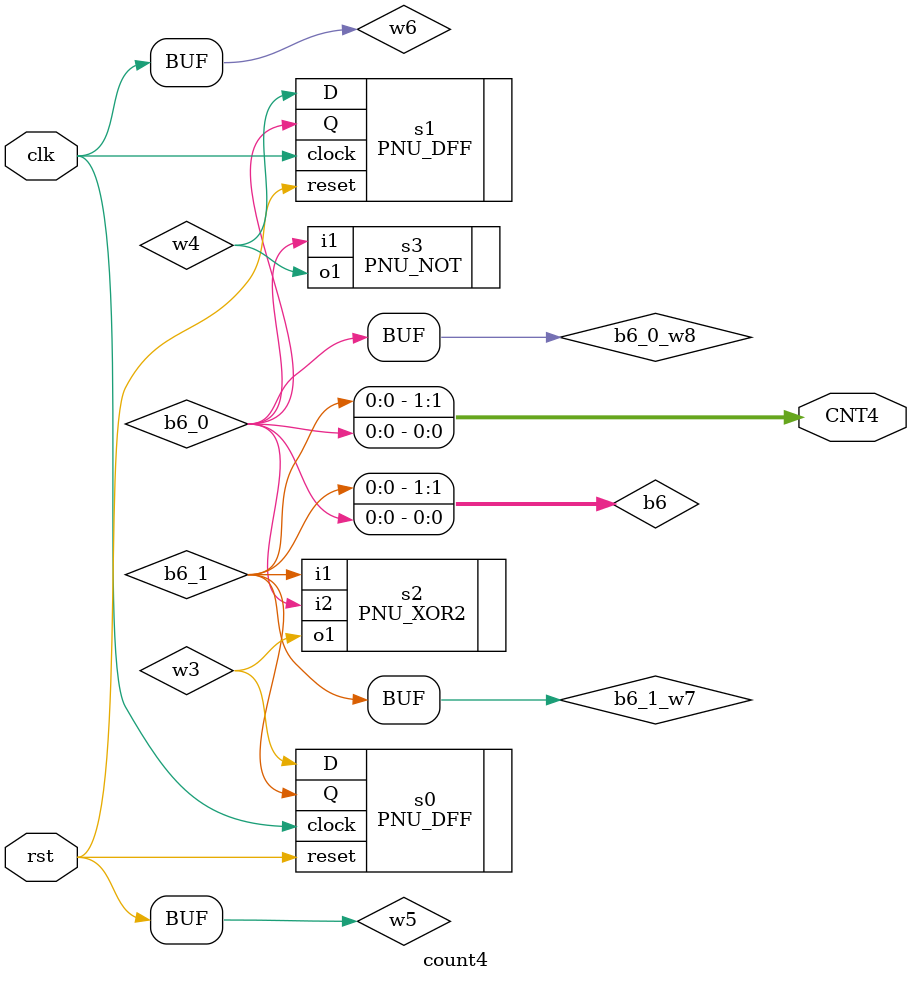
<source format=v>
module count4(clk,rst,CNT4);

input clk;
input rst;
output [1:0] CNT4;

wire  w3;
wire  w4;
wire  w6;
wire  w5;
wire [1:0] b6;
wire  b6_1;
wire  b6_1_w7;
wire  b6_0;
wire  b6_0_w8;

assign w6 = clk;
assign w5 = rst;
assign CNT4 = b6;

assign b6[1] = b6_1;
assign b6[0] = b6_0;

assign b6_1_w7 = {b6[1]};
assign b6_0_w8 = {b6[0]};

PNU_DFF
     s0 (
      .D(w3),
      .clock(w6),
      .reset(w5),
      .Q(b6_1));

PNU_DFF
     s1 (
      .D(w4),
      .clock(w6),
      .reset(w5),
      .Q(b6_0));

PNU_XOR2
     s2 (
      .o1(w3),
      .i1(b6_1_w7),
      .i2(b6_0_w8));

PNU_NOT
     s3 (
      .o1(w4),
      .i1(b6_0_w8));

endmodule


</source>
